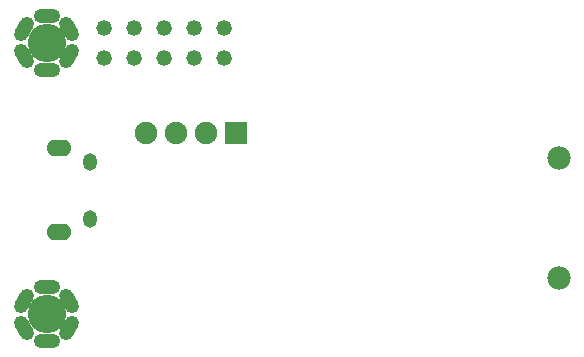
<source format=gts>
G04 #@! TF.GenerationSoftware,KiCad,Pcbnew,(6.0.0-rc1-387-g70841c6393)*
G04 #@! TF.CreationDate,2022-03-02T22:10:33+08:00*
G04 #@! TF.ProjectId,uw-rs485_hat,75772d72-7334-4383-955f-6861742e6b69,rev?*
G04 #@! TF.SameCoordinates,Original*
G04 #@! TF.FileFunction,Soldermask,Top*
G04 #@! TF.FilePolarity,Negative*
%FSLAX46Y46*%
G04 Gerber Fmt 4.6, Leading zero omitted, Abs format (unit mm)*
G04 Created by KiCad (PCBNEW (6.0.0-rc1-387-g70841c6393)) date 2022-03-02 22:10:33*
%MOMM*%
%LPD*%
G01*
G04 APERTURE LIST*
G04 Aperture macros list*
%AMRoundRect*
0 Rectangle with rounded corners*
0 $1 Rounding radius*
0 $2 $3 $4 $5 $6 $7 $8 $9 X,Y pos of 4 corners*
0 Add a 4 corners polygon primitive as box body*
4,1,4,$2,$3,$4,$5,$6,$7,$8,$9,$2,$3,0*
0 Add four circle primitives for the rounded corners*
1,1,$1+$1,$2,$3*
1,1,$1+$1,$4,$5*
1,1,$1+$1,$6,$7*
1,1,$1+$1,$8,$9*
0 Add four rect primitives between the rounded corners*
20,1,$1+$1,$2,$3,$4,$5,0*
20,1,$1+$1,$4,$5,$6,$7,0*
20,1,$1+$1,$6,$7,$8,$9,0*
20,1,$1+$1,$8,$9,$2,$3,0*%
%AMHorizOval*
0 Thick line with rounded ends*
0 $1 width*
0 $2 $3 position (X,Y) of the first rounded end (center of the circle)*
0 $4 $5 position (X,Y) of the second rounded end (center of the circle)*
0 Add line between two ends*
20,1,$1,$2,$3,$4,$5,0*
0 Add two circle primitives to create the rounded ends*
1,1,$1,$2,$3*
1,1,$1,$4,$5*%
G04 Aperture macros list end*
%ADD10RoundRect,0.101600X0.850000X-0.850000X0.850000X0.850000X-0.850000X0.850000X-0.850000X-0.850000X0*%
%ADD11O,1.903200X1.903200*%
%ADD12HorizOval,1.219200X0.254000X0.439941X-0.254000X-0.439941X0*%
%ADD13O,2.235200X1.219200*%
%ADD14HorizOval,1.219200X-0.254000X-0.439941X0.254000X0.439941X0*%
%ADD15HorizOval,1.219200X-0.254000X0.439941X0.254000X-0.439941X0*%
%ADD16HorizOval,1.219200X0.254000X-0.439941X-0.254000X0.439941X0*%
%ADD17C,3.251200*%
%ADD18O,1.219200X1.473200*%
%ADD19O,2.108200X1.397000*%
%ADD20C,1.320800*%
%ADD21C,1.983200*%
G04 APERTURE END LIST*
D10*
G04 #@! TO.C,J4*
X44958000Y-132969000D03*
D11*
X42418000Y-132969000D03*
X39878000Y-132969000D03*
X37338000Y-132969000D03*
G04 #@! TD*
D12*
G04 #@! TO.C,MH1*
X30810200Y-126441200D03*
D13*
X28905200Y-123012200D03*
D14*
X27000200Y-124155200D03*
D13*
X28905200Y-127584200D03*
D15*
X30810200Y-124155200D03*
D16*
X27000200Y-126441200D03*
D17*
X28905200Y-125298200D03*
G04 #@! TD*
D15*
G04 #@! TO.C,MH2*
X30810200Y-147155200D03*
D17*
X28905200Y-148298200D03*
D12*
X30810200Y-149441200D03*
D16*
X27000200Y-149441200D03*
D13*
X28905200Y-146012200D03*
X28905200Y-150584200D03*
D14*
X27000200Y-147155200D03*
G04 #@! TD*
D18*
G04 #@! TO.C,J1*
X32581850Y-135382000D03*
D19*
X29914850Y-134239000D03*
X29914850Y-141351000D03*
D18*
X32581850Y-140208000D03*
G04 #@! TD*
D20*
G04 #@! TO.C,J3*
X33782000Y-124028200D03*
X38862000Y-124028200D03*
X36322000Y-126568200D03*
X38862000Y-126568200D03*
X36322000Y-124028200D03*
X43942000Y-126568200D03*
X33782000Y-126568200D03*
X43942000Y-124028200D03*
X41402000Y-126568200D03*
X41402000Y-124028200D03*
G04 #@! TD*
D21*
G04 #@! TO.C,J2*
X72270000Y-145254500D03*
X72270000Y-135094500D03*
G04 #@! TD*
M02*

</source>
